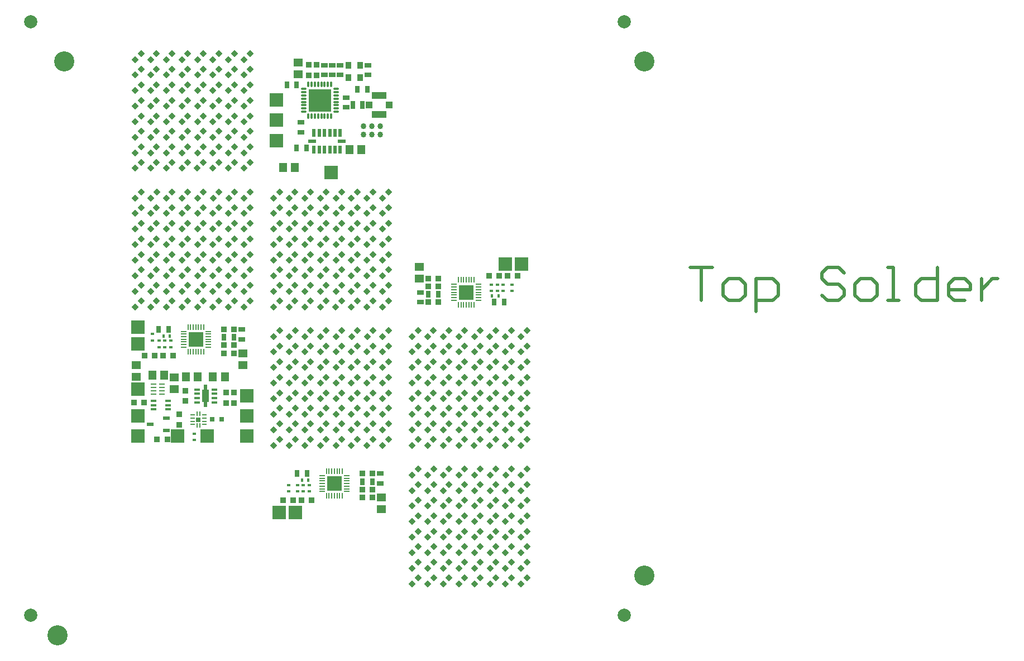
<source format=gts>
G04*
G04 #@! TF.GenerationSoftware,Altium Limited,Altium Designer,20.1.11 (218)*
G04*
G04 Layer_Color=8388736*
%FSLAX25Y25*%
%MOIN*%
G70*
G04*
G04 #@! TF.SameCoordinates,BC695F09-BB28-4D9F-8763-E19565E056B6*
G04*
G04*
G04 #@! TF.FilePolarity,Negative*
G04*
G01*
G75*
%ADD11C,0.01968*%
%ADD13R,0.03347X0.03543*%
%ADD14R,0.02165X0.01575*%
%ADD15R,0.08976X0.08976*%
%ADD16R,0.00787X0.03543*%
%ADD17R,0.03543X0.00787*%
%ADD18R,0.03150X0.03937*%
%ADD19R,0.03937X0.03150*%
%ADD20R,0.01575X0.02165*%
%ADD21R,0.03543X0.00984*%
%ADD22R,0.05512X0.05118*%
%ADD23R,0.05118X0.05512*%
%ADD24R,0.03543X0.03347*%
%ADD25R,0.01968X0.13780*%
%ADD26R,0.04331X0.07480*%
%ADD27R,0.03543X0.01575*%
%ADD28O,0.02756X0.00984*%
%ADD29O,0.00984X0.02756*%
%ADD30R,0.02756X0.02756*%
%ADD31R,0.03150X0.03150*%
%ADD32R,0.03937X0.02362*%
%ADD33R,0.03543X0.01378*%
%ADD34R,0.13780X0.13780*%
%ADD35O,0.03347X0.01181*%
%ADD36O,0.01181X0.03347*%
%ADD37R,0.04528X0.01968*%
%ADD38R,0.01968X0.04528*%
%ADD39P,0.04454X4X180.0*%
%ADD40R,0.03543X0.03937*%
%ADD41R,0.03150X0.04528*%
%ADD42C,0.03398*%
%ADD43R,0.08661X0.03937*%
%ADD44R,0.03937X0.03937*%
%ADD48R,0.06299X0.06299*%
%ADD49R,0.07874X0.07874*%
%ADD51C,0.02400*%
%ADD59C,0.12000*%
%ADD60C,0.07874*%
D11*
X413279Y227367D02*
X426399D01*
X419839D01*
Y207688D01*
X436238D02*
X442798D01*
X446077Y210968D01*
Y217528D01*
X442798Y220807D01*
X436238D01*
X432958Y217528D01*
Y210968D01*
X436238Y207688D01*
X452637Y201129D02*
Y220807D01*
X462476D01*
X465756Y217528D01*
Y210968D01*
X462476Y207688D01*
X452637D01*
X505113Y224087D02*
X501834Y227367D01*
X495274D01*
X491994Y224087D01*
Y220807D01*
X495274Y217528D01*
X501834D01*
X505113Y214248D01*
Y210968D01*
X501834Y207688D01*
X495274D01*
X491994Y210968D01*
X514953Y207688D02*
X521512D01*
X524792Y210968D01*
Y217528D01*
X521512Y220807D01*
X514953D01*
X511673Y217528D01*
Y210968D01*
X514953Y207688D01*
X531352D02*
X537911D01*
X534631D01*
Y227367D01*
X531352D01*
X560870D02*
Y207688D01*
X551030D01*
X547751Y210968D01*
Y217528D01*
X551030Y220807D01*
X560870D01*
X577269Y207688D02*
X570709D01*
X567429Y210968D01*
Y217528D01*
X570709Y220807D01*
X577269D01*
X580548Y217528D01*
Y214248D01*
X567429D01*
X587108Y220807D02*
Y207688D01*
Y214248D01*
X590388Y217528D01*
X593667Y220807D01*
X596947D01*
D13*
X134744Y190453D02*
D03*
X140847D02*
D03*
X104527Y174705D02*
D03*
X98425D02*
D03*
X93602D02*
D03*
X87500D02*
D03*
X140847Y181004D02*
D03*
X134744D02*
D03*
Y176279D02*
D03*
X140847D02*
D03*
X81201Y146850D02*
D03*
X87303D02*
D03*
X101083Y124803D02*
D03*
X94980D02*
D03*
X217421Y90158D02*
D03*
X223524D02*
D03*
Y94882D02*
D03*
X217421D02*
D03*
X176279Y88583D02*
D03*
X170177D02*
D03*
X187205D02*
D03*
X181102D02*
D03*
X262894Y220866D02*
D03*
X256791D02*
D03*
Y216142D02*
D03*
X262894D02*
D03*
X304035Y222441D02*
D03*
X310138D02*
D03*
X293110D02*
D03*
X299213D02*
D03*
X223524Y104331D02*
D03*
X217421D02*
D03*
X262894Y206693D02*
D03*
X256791D02*
D03*
D14*
X92126Y183937D02*
D03*
Y187716D02*
D03*
X96063Y179902D02*
D03*
Y183681D02*
D03*
X103150D02*
D03*
Y179902D02*
D03*
X99606D02*
D03*
Y183681D02*
D03*
X117323Y124488D02*
D03*
Y128268D02*
D03*
X182283Y93779D02*
D03*
Y97559D02*
D03*
X185827D02*
D03*
Y93779D02*
D03*
X178740D02*
D03*
Y97559D02*
D03*
X173622D02*
D03*
Y93779D02*
D03*
X298031Y217244D02*
D03*
Y213465D02*
D03*
X294488D02*
D03*
Y217244D02*
D03*
X301575D02*
D03*
Y213465D02*
D03*
X306693D02*
D03*
Y217244D02*
D03*
D15*
X118110Y184547D02*
D03*
X200787Y98425D02*
D03*
X279528Y212598D02*
D03*
D16*
X122835Y177165D02*
D03*
X121260D02*
D03*
X119685D02*
D03*
X118110D02*
D03*
X116535D02*
D03*
X114961D02*
D03*
X113386D02*
D03*
Y191929D02*
D03*
X114961D02*
D03*
X116535D02*
D03*
X118110D02*
D03*
X119685D02*
D03*
X121260D02*
D03*
X122835D02*
D03*
X205512Y105807D02*
D03*
X203937D02*
D03*
X202362D02*
D03*
X200787D02*
D03*
X199213D02*
D03*
X197638D02*
D03*
X196063D02*
D03*
Y91043D02*
D03*
X197638D02*
D03*
X199213D02*
D03*
X200787D02*
D03*
X202362D02*
D03*
X203937D02*
D03*
X205512D02*
D03*
X274803Y219980D02*
D03*
X276378D02*
D03*
X277953D02*
D03*
X279528D02*
D03*
X281102D02*
D03*
X282677D02*
D03*
X284252D02*
D03*
Y205217D02*
D03*
X282677D02*
D03*
X281102D02*
D03*
X279528D02*
D03*
X277953D02*
D03*
X276378D02*
D03*
X274803D02*
D03*
D17*
X110728Y179823D02*
D03*
Y181398D02*
D03*
Y182972D02*
D03*
Y184547D02*
D03*
Y186122D02*
D03*
Y187697D02*
D03*
Y189272D02*
D03*
X125492D02*
D03*
Y187697D02*
D03*
Y186122D02*
D03*
Y184547D02*
D03*
Y182972D02*
D03*
Y181398D02*
D03*
Y179823D02*
D03*
X208169Y93701D02*
D03*
Y95276D02*
D03*
Y96850D02*
D03*
Y98425D02*
D03*
Y100000D02*
D03*
Y101575D02*
D03*
Y103150D02*
D03*
X193405D02*
D03*
Y101575D02*
D03*
Y100000D02*
D03*
Y98425D02*
D03*
Y96850D02*
D03*
Y95276D02*
D03*
Y93701D02*
D03*
X286909Y217323D02*
D03*
Y215748D02*
D03*
Y214173D02*
D03*
Y212598D02*
D03*
Y211024D02*
D03*
Y209449D02*
D03*
Y207874D02*
D03*
X272146D02*
D03*
Y209449D02*
D03*
Y211024D02*
D03*
Y212598D02*
D03*
Y214173D02*
D03*
Y215748D02*
D03*
Y217323D02*
D03*
D18*
X140748Y185728D02*
D03*
X134843D02*
D03*
X95866Y190453D02*
D03*
X101772D02*
D03*
X184055Y298819D02*
D03*
X178150D02*
D03*
X184449Y104331D02*
D03*
X178543D02*
D03*
X223425Y99606D02*
D03*
X217520D02*
D03*
X262795Y211417D02*
D03*
X256890D02*
D03*
X302165Y206693D02*
D03*
X296260D02*
D03*
X172382Y336339D02*
D03*
X178287D02*
D03*
X214567Y333661D02*
D03*
X220472D02*
D03*
D19*
X145472Y190453D02*
D03*
Y184547D02*
D03*
X228150Y104331D02*
D03*
Y98425D02*
D03*
X252165Y212598D02*
D03*
Y206693D02*
D03*
X194882Y342323D02*
D03*
Y348228D02*
D03*
X199606D02*
D03*
Y342323D02*
D03*
X180709Y308071D02*
D03*
Y313976D02*
D03*
X204331Y348228D02*
D03*
Y342323D02*
D03*
X220866Y348228D02*
D03*
Y342323D02*
D03*
X207874Y323031D02*
D03*
Y328937D02*
D03*
D20*
X102677Y186516D02*
D03*
X98898D02*
D03*
X181575Y100394D02*
D03*
X185354D02*
D03*
X294961Y210630D02*
D03*
X298740D02*
D03*
D21*
X92716Y157677D02*
D03*
Y155709D02*
D03*
Y153740D02*
D03*
Y151772D02*
D03*
X97835Y157677D02*
D03*
Y155709D02*
D03*
Y153740D02*
D03*
Y151772D02*
D03*
D22*
X105118Y154724D02*
D03*
Y161811D02*
D03*
X82677Y169291D02*
D03*
Y162205D02*
D03*
X146063Y169193D02*
D03*
Y176279D02*
D03*
X251575Y227953D02*
D03*
Y220866D02*
D03*
X228740Y83071D02*
D03*
Y90158D02*
D03*
X179272Y349724D02*
D03*
Y342638D02*
D03*
D23*
X92126Y162992D02*
D03*
X99213D02*
D03*
X128347Y162205D02*
D03*
X135433D02*
D03*
X170079Y287008D02*
D03*
X177165D02*
D03*
X119291Y162205D02*
D03*
X112205D02*
D03*
X216929Y297638D02*
D03*
X209842D02*
D03*
D24*
X111811Y153839D02*
D03*
Y147736D02*
D03*
X108268Y139665D02*
D03*
Y133563D02*
D03*
X140945Y152657D02*
D03*
Y146555D02*
D03*
X136221Y152657D02*
D03*
Y146555D02*
D03*
X190157Y348327D02*
D03*
Y342224D02*
D03*
X185433Y348327D02*
D03*
Y342224D02*
D03*
D25*
X124016Y150787D02*
D03*
D26*
D03*
D27*
X129134Y154626D02*
D03*
Y152067D02*
D03*
Y149508D02*
D03*
Y146949D02*
D03*
X118898D02*
D03*
Y149508D02*
D03*
Y152067D02*
D03*
Y154626D02*
D03*
D28*
X123327Y133661D02*
D03*
Y135630D02*
D03*
Y137598D02*
D03*
Y139567D02*
D03*
X116043D02*
D03*
Y137598D02*
D03*
Y135630D02*
D03*
Y133661D02*
D03*
D29*
X120669Y140256D02*
D03*
X118701D02*
D03*
Y132972D02*
D03*
X120669D02*
D03*
D30*
X119685Y136614D02*
D03*
D31*
X133661Y136811D02*
D03*
X127756D02*
D03*
D32*
X90945Y133858D02*
D03*
X100394Y137598D02*
D03*
Y130118D02*
D03*
D33*
X101673Y147835D02*
D03*
Y145276D02*
D03*
Y142717D02*
D03*
X92815D02*
D03*
Y145276D02*
D03*
Y147835D02*
D03*
D34*
X192067Y327283D02*
D03*
D35*
X182421Y334173D02*
D03*
Y332205D02*
D03*
Y330236D02*
D03*
Y328268D02*
D03*
Y326299D02*
D03*
Y324331D02*
D03*
Y322362D02*
D03*
Y320394D02*
D03*
X201713D02*
D03*
Y322362D02*
D03*
Y324331D02*
D03*
Y326299D02*
D03*
Y328268D02*
D03*
Y330236D02*
D03*
Y332205D02*
D03*
Y334173D02*
D03*
D36*
X185177Y317638D02*
D03*
X187146D02*
D03*
X189114D02*
D03*
X191083D02*
D03*
X193051D02*
D03*
X195020D02*
D03*
X196988D02*
D03*
X198957D02*
D03*
Y336929D02*
D03*
X196988D02*
D03*
X195020D02*
D03*
X193051D02*
D03*
X191083D02*
D03*
X189114D02*
D03*
X187146D02*
D03*
X185177D02*
D03*
D37*
X187598Y302756D02*
D03*
X205315D02*
D03*
D38*
X188583Y307677D02*
D03*
X191732D02*
D03*
X194882D02*
D03*
X198031D02*
D03*
X201181D02*
D03*
X204331D02*
D03*
Y297835D02*
D03*
X201181D02*
D03*
X198031D02*
D03*
X194882D02*
D03*
X191732D02*
D03*
X188583D02*
D03*
D39*
X85401Y355086D02*
D03*
X81921Y351606D02*
D03*
X91205D02*
D03*
X94685Y355086D02*
D03*
X103972D02*
D03*
X100492Y351606D02*
D03*
X109776D02*
D03*
X113256Y355086D02*
D03*
X122539D02*
D03*
X119059Y351606D02*
D03*
X128343D02*
D03*
X131823Y355086D02*
D03*
X141110D02*
D03*
X137630Y351606D02*
D03*
X146914D02*
D03*
X150393Y355086D02*
D03*
X146914Y203969D02*
D03*
X150393Y207449D02*
D03*
X141110D02*
D03*
X137630Y203969D02*
D03*
X128343D02*
D03*
X131823Y207449D02*
D03*
X122539D02*
D03*
X119059Y203969D02*
D03*
X109776D02*
D03*
X113256Y207449D02*
D03*
X103972D02*
D03*
X100492Y203969D02*
D03*
X91205D02*
D03*
X94685Y207449D02*
D03*
X85401D02*
D03*
X81921Y203969D02*
D03*
X168047Y272409D02*
D03*
X164567Y268929D02*
D03*
X173851D02*
D03*
X177331Y272409D02*
D03*
X186618D02*
D03*
X183138Y268929D02*
D03*
X192421D02*
D03*
X195901Y272409D02*
D03*
X205185D02*
D03*
X201705Y268929D02*
D03*
X210988D02*
D03*
X214468Y272409D02*
D03*
X223756D02*
D03*
X220276Y268929D02*
D03*
X229559D02*
D03*
X233039Y272409D02*
D03*
X85401Y345807D02*
D03*
X81921Y342327D02*
D03*
X91205D02*
D03*
X94685Y345807D02*
D03*
X103972D02*
D03*
X100492Y342327D02*
D03*
X109776D02*
D03*
X113256Y345807D02*
D03*
X122539D02*
D03*
X119059Y342327D02*
D03*
X128343D02*
D03*
X131823Y345807D02*
D03*
X141110D02*
D03*
X137630Y342327D02*
D03*
X146914D02*
D03*
X150393Y345807D02*
D03*
X146914Y213248D02*
D03*
X150393Y216728D02*
D03*
X141110D02*
D03*
X137630Y213248D02*
D03*
X128343D02*
D03*
X131823Y216728D02*
D03*
X122539D02*
D03*
X119059Y213248D02*
D03*
X109776D02*
D03*
X113256Y216728D02*
D03*
X103972D02*
D03*
X100492Y213248D02*
D03*
X91205D02*
D03*
X94685Y216728D02*
D03*
X85401D02*
D03*
X81921Y213248D02*
D03*
X168047Y263130D02*
D03*
X164567Y259650D02*
D03*
X173851D02*
D03*
X177331Y263130D02*
D03*
X186618D02*
D03*
X183138Y259650D02*
D03*
X192421D02*
D03*
X195901Y263130D02*
D03*
X205185D02*
D03*
X201705Y259650D02*
D03*
X210988D02*
D03*
X214468Y263130D02*
D03*
X223756D02*
D03*
X220276Y259650D02*
D03*
X229559D02*
D03*
X233039Y263130D02*
D03*
X85401Y336527D02*
D03*
X81921Y333048D02*
D03*
X91205D02*
D03*
X94685Y336527D02*
D03*
X103972D02*
D03*
X100492Y333048D02*
D03*
X109776D02*
D03*
X113256Y336527D02*
D03*
X122539D02*
D03*
X119059Y333048D02*
D03*
X128343D02*
D03*
X131823Y336527D02*
D03*
X141110D02*
D03*
X137630Y333048D02*
D03*
X146914D02*
D03*
X150393Y336527D02*
D03*
X146914Y222528D02*
D03*
X150393Y226008D02*
D03*
X141110D02*
D03*
X137630Y222528D02*
D03*
X128343D02*
D03*
X131823Y226008D02*
D03*
X122539D02*
D03*
X119059Y222528D02*
D03*
X109776D02*
D03*
X113256Y226008D02*
D03*
X103972D02*
D03*
X100492Y222528D02*
D03*
X91205D02*
D03*
X94685Y226008D02*
D03*
X85401D02*
D03*
X81921Y222528D02*
D03*
X168047Y253850D02*
D03*
X164567Y250370D02*
D03*
X173851D02*
D03*
X177331Y253850D02*
D03*
X186618D02*
D03*
X183138Y250370D02*
D03*
X192421D02*
D03*
X195901Y253850D02*
D03*
X205185D02*
D03*
X201705Y250370D02*
D03*
X210988D02*
D03*
X214468Y253850D02*
D03*
X223756D02*
D03*
X220276Y250370D02*
D03*
X229559D02*
D03*
X233039Y253850D02*
D03*
X85401Y327248D02*
D03*
X81921Y323768D02*
D03*
X91205D02*
D03*
X94685Y327248D02*
D03*
X103972D02*
D03*
X100492Y323768D02*
D03*
X109776D02*
D03*
X113256Y327248D02*
D03*
X122539D02*
D03*
X119059Y323768D02*
D03*
X128343D02*
D03*
X131823Y327248D02*
D03*
X141110D02*
D03*
X137630Y323768D02*
D03*
X146914D02*
D03*
X150393Y327248D02*
D03*
X146914Y231807D02*
D03*
X150393Y235287D02*
D03*
X141110D02*
D03*
X137630Y231807D02*
D03*
X128343D02*
D03*
X131823Y235287D02*
D03*
X122539D02*
D03*
X119059Y231807D02*
D03*
X109776D02*
D03*
X113256Y235287D02*
D03*
X103972D02*
D03*
X100492Y231807D02*
D03*
X91205D02*
D03*
X94685Y235287D02*
D03*
X85401D02*
D03*
X81921Y231807D02*
D03*
X168047Y244571D02*
D03*
X164567Y241091D02*
D03*
X173851D02*
D03*
X177331Y244571D02*
D03*
X186618D02*
D03*
X183138Y241091D02*
D03*
X192421D02*
D03*
X195901Y244571D02*
D03*
X205185D02*
D03*
X201705Y241091D02*
D03*
X210988D02*
D03*
X214468Y244571D02*
D03*
X223756D02*
D03*
X220276Y241091D02*
D03*
X229559D02*
D03*
X233039Y244571D02*
D03*
X85401Y317964D02*
D03*
X81921Y314485D02*
D03*
X91205D02*
D03*
X94685Y317964D02*
D03*
X103972D02*
D03*
X100492Y314485D02*
D03*
X109776D02*
D03*
X113256Y317964D02*
D03*
X122539D02*
D03*
X119059Y314485D02*
D03*
X128343D02*
D03*
X131823Y317964D02*
D03*
X141110D02*
D03*
X137630Y314485D02*
D03*
X146914D02*
D03*
X150393Y317964D02*
D03*
X146914Y241091D02*
D03*
X150393Y244571D02*
D03*
X141110D02*
D03*
X137630Y241091D02*
D03*
X128343D02*
D03*
X131823Y244571D02*
D03*
X122539D02*
D03*
X119059Y241091D02*
D03*
X109776D02*
D03*
X113256Y244571D02*
D03*
X103972D02*
D03*
X100492Y241091D02*
D03*
X91205D02*
D03*
X94685Y244571D02*
D03*
X85401D02*
D03*
X81921Y241091D02*
D03*
X168047Y235287D02*
D03*
X164567Y231807D02*
D03*
X173851D02*
D03*
X177331Y235287D02*
D03*
X186618D02*
D03*
X183138Y231807D02*
D03*
X192421D02*
D03*
X195901Y235287D02*
D03*
X205185D02*
D03*
X201705Y231807D02*
D03*
X210988D02*
D03*
X214468Y235287D02*
D03*
X223756D02*
D03*
X220276Y231807D02*
D03*
X229559D02*
D03*
X233039Y235287D02*
D03*
X85401Y308685D02*
D03*
X81921Y305205D02*
D03*
X91205D02*
D03*
X94685Y308685D02*
D03*
X103972D02*
D03*
X100492Y305205D02*
D03*
X109776D02*
D03*
X113256Y308685D02*
D03*
X122539D02*
D03*
X119059Y305205D02*
D03*
X128343D02*
D03*
X131823Y308685D02*
D03*
X141110D02*
D03*
X137630Y305205D02*
D03*
X146914D02*
D03*
X150393Y308685D02*
D03*
X146914Y250370D02*
D03*
X150393Y253850D02*
D03*
X141110D02*
D03*
X137630Y250370D02*
D03*
X128343D02*
D03*
X131823Y253850D02*
D03*
X122539D02*
D03*
X119059Y250370D02*
D03*
X109776D02*
D03*
X113256Y253850D02*
D03*
X103972D02*
D03*
X100492Y250370D02*
D03*
X91205D02*
D03*
X94685Y253850D02*
D03*
X85401D02*
D03*
X81921Y250370D02*
D03*
X168047Y226008D02*
D03*
X164567Y222528D02*
D03*
X173851D02*
D03*
X177331Y226008D02*
D03*
X186618D02*
D03*
X183138Y222528D02*
D03*
X192421D02*
D03*
X195901Y226008D02*
D03*
X205185D02*
D03*
X201705Y222528D02*
D03*
X210988D02*
D03*
X214468Y226008D02*
D03*
X223756D02*
D03*
X220276Y222528D02*
D03*
X229559D02*
D03*
X233039Y226008D02*
D03*
X85401Y299405D02*
D03*
X81921Y295925D02*
D03*
X91205D02*
D03*
X94685Y299405D02*
D03*
X103972D02*
D03*
X100492Y295925D02*
D03*
X109776D02*
D03*
X113256Y299405D02*
D03*
X122539D02*
D03*
X119059Y295925D02*
D03*
X128343D02*
D03*
X131823Y299405D02*
D03*
X141110D02*
D03*
X137630Y295925D02*
D03*
X146914D02*
D03*
X150393Y299405D02*
D03*
X146914Y259650D02*
D03*
X150393Y263130D02*
D03*
X141110D02*
D03*
X137630Y259650D02*
D03*
X128343D02*
D03*
X131823Y263130D02*
D03*
X122539D02*
D03*
X119059Y259650D02*
D03*
X109776D02*
D03*
X113256Y263130D02*
D03*
X103972D02*
D03*
X100492Y259650D02*
D03*
X91205D02*
D03*
X94685Y263130D02*
D03*
X85401D02*
D03*
X81921Y259650D02*
D03*
X168047Y216728D02*
D03*
X164567Y213248D02*
D03*
X173851D02*
D03*
X177331Y216728D02*
D03*
X186618D02*
D03*
X183138Y213248D02*
D03*
X192421D02*
D03*
X195901Y216728D02*
D03*
X205185D02*
D03*
X201705Y213248D02*
D03*
X210988D02*
D03*
X214468Y216728D02*
D03*
X223756D02*
D03*
X220276Y213248D02*
D03*
X229559D02*
D03*
X233039Y216728D02*
D03*
X85401Y290126D02*
D03*
X81921Y286646D02*
D03*
X91130D02*
D03*
X94610Y290126D02*
D03*
X103909D02*
D03*
X100429Y286646D02*
D03*
X109725D02*
D03*
X113205Y290126D02*
D03*
X122500D02*
D03*
X119020Y286646D02*
D03*
X128319D02*
D03*
X131799Y290126D02*
D03*
X141094D02*
D03*
X137614Y286646D02*
D03*
X146914D02*
D03*
X150393Y290126D02*
D03*
X146914Y268929D02*
D03*
X150393Y272409D02*
D03*
X141185D02*
D03*
X137705Y268929D02*
D03*
X128406D02*
D03*
X131886Y272409D02*
D03*
X122590D02*
D03*
X119110Y268929D02*
D03*
X109815D02*
D03*
X113295Y272409D02*
D03*
X103996D02*
D03*
X100516Y268929D02*
D03*
X91221D02*
D03*
X94700Y272409D02*
D03*
X85401D02*
D03*
X81921Y268929D02*
D03*
X168047Y207449D02*
D03*
X164567Y203969D02*
D03*
X173776D02*
D03*
X177256Y207449D02*
D03*
X186555D02*
D03*
X183075Y203969D02*
D03*
X192370D02*
D03*
X195850Y207449D02*
D03*
X205145D02*
D03*
X201666Y203969D02*
D03*
X210965D02*
D03*
X214445Y207449D02*
D03*
X223740D02*
D03*
X220260Y203969D02*
D03*
X229559D02*
D03*
X233039Y207449D02*
D03*
X250724Y189732D02*
D03*
X247244Y186252D02*
D03*
X256528D02*
D03*
X260008Y189732D02*
D03*
X269295D02*
D03*
X265815Y186252D02*
D03*
X275099D02*
D03*
X278578Y189732D02*
D03*
X287862D02*
D03*
X284382Y186252D02*
D03*
X293666D02*
D03*
X297145Y189732D02*
D03*
X306433D02*
D03*
X302953Y186252D02*
D03*
X312236D02*
D03*
X315716Y189732D02*
D03*
X229591Y121292D02*
D03*
X233071Y124771D02*
D03*
X223787D02*
D03*
X220307Y121292D02*
D03*
X211020D02*
D03*
X214500Y124771D02*
D03*
X205216D02*
D03*
X201736Y121292D02*
D03*
X192453D02*
D03*
X195933Y124771D02*
D03*
X186649D02*
D03*
X183169Y121292D02*
D03*
X173882D02*
D03*
X177362Y124771D02*
D03*
X168078D02*
D03*
X164599Y121292D02*
D03*
X312268Y38614D02*
D03*
X315748Y42094D02*
D03*
X306464D02*
D03*
X302984Y38614D02*
D03*
X293697D02*
D03*
X297177Y42094D02*
D03*
X287894D02*
D03*
X284414Y38614D02*
D03*
X275130D02*
D03*
X278610Y42094D02*
D03*
X269326D02*
D03*
X265847Y38614D02*
D03*
X256559D02*
D03*
X260039Y42094D02*
D03*
X250756D02*
D03*
X247276Y38614D02*
D03*
X250724Y180453D02*
D03*
X247244Y176973D02*
D03*
X256528D02*
D03*
X260008Y180453D02*
D03*
X269295D02*
D03*
X265815Y176973D02*
D03*
X275099D02*
D03*
X278578Y180453D02*
D03*
X287862D02*
D03*
X284382Y176973D02*
D03*
X293666D02*
D03*
X297145Y180453D02*
D03*
X306433D02*
D03*
X302953Y176973D02*
D03*
X312236D02*
D03*
X315716Y180453D02*
D03*
X229591Y130571D02*
D03*
X233071Y134051D02*
D03*
X223787D02*
D03*
X220307Y130571D02*
D03*
X211020D02*
D03*
X214500Y134051D02*
D03*
X205216D02*
D03*
X201736Y130571D02*
D03*
X192453D02*
D03*
X195933Y134051D02*
D03*
X186649D02*
D03*
X183169Y130571D02*
D03*
X173882D02*
D03*
X177362Y134051D02*
D03*
X168078D02*
D03*
X164599Y130571D02*
D03*
X312268Y47894D02*
D03*
X315748Y51374D02*
D03*
X306464D02*
D03*
X302984Y47894D02*
D03*
X293697D02*
D03*
X297177Y51374D02*
D03*
X287894D02*
D03*
X284414Y47894D02*
D03*
X275130D02*
D03*
X278610Y51374D02*
D03*
X269326D02*
D03*
X265847Y47894D02*
D03*
X256559D02*
D03*
X260039Y51374D02*
D03*
X250756D02*
D03*
X247276Y47894D02*
D03*
X250724Y171173D02*
D03*
X247244Y167693D02*
D03*
X256528D02*
D03*
X260008Y171173D02*
D03*
X269295D02*
D03*
X265815Y167693D02*
D03*
X275099D02*
D03*
X278578Y171173D02*
D03*
X287862D02*
D03*
X284382Y167693D02*
D03*
X293666D02*
D03*
X297145Y171173D02*
D03*
X306433D02*
D03*
X302953Y167693D02*
D03*
X312236D02*
D03*
X315716Y171173D02*
D03*
X229591Y139851D02*
D03*
X233071Y143331D02*
D03*
X223787D02*
D03*
X220307Y139851D02*
D03*
X211020D02*
D03*
X214500Y143331D02*
D03*
X205216D02*
D03*
X201736Y139851D02*
D03*
X192453D02*
D03*
X195933Y143331D02*
D03*
X186649D02*
D03*
X183169Y139851D02*
D03*
X173882D02*
D03*
X177362Y143331D02*
D03*
X168078D02*
D03*
X164599Y139851D02*
D03*
X312268Y57174D02*
D03*
X315748Y60653D02*
D03*
X306464D02*
D03*
X302984Y57174D02*
D03*
X293697D02*
D03*
X297177Y60653D02*
D03*
X287894D02*
D03*
X284414Y57174D02*
D03*
X275130D02*
D03*
X278610Y60653D02*
D03*
X269326D02*
D03*
X265847Y57174D02*
D03*
X256559D02*
D03*
X260039Y60653D02*
D03*
X250756D02*
D03*
X247276Y57174D02*
D03*
X250724Y161893D02*
D03*
X247244Y158414D02*
D03*
X256528D02*
D03*
X260008Y161893D02*
D03*
X269295D02*
D03*
X265815Y158414D02*
D03*
X275099D02*
D03*
X278578Y161893D02*
D03*
X287862D02*
D03*
X284382Y158414D02*
D03*
X293666D02*
D03*
X297145Y161893D02*
D03*
X306433D02*
D03*
X302953Y158414D02*
D03*
X312236D02*
D03*
X315716Y161893D02*
D03*
X229591Y149130D02*
D03*
X233071Y152610D02*
D03*
X223787D02*
D03*
X220307Y149130D02*
D03*
X211020D02*
D03*
X214500Y152610D02*
D03*
X205216D02*
D03*
X201736Y149130D02*
D03*
X192453D02*
D03*
X195933Y152610D02*
D03*
X186649D02*
D03*
X183169Y149130D02*
D03*
X173882D02*
D03*
X177362Y152610D02*
D03*
X168078D02*
D03*
X164599Y149130D02*
D03*
X312268Y66453D02*
D03*
X315748Y69933D02*
D03*
X306464D02*
D03*
X302984Y66453D02*
D03*
X293697D02*
D03*
X297177Y69933D02*
D03*
X287894D02*
D03*
X284414Y66453D02*
D03*
X275130D02*
D03*
X278610Y69933D02*
D03*
X269326D02*
D03*
X265847Y66453D02*
D03*
X256559D02*
D03*
X260039Y69933D02*
D03*
X250756D02*
D03*
X247276Y66453D02*
D03*
X250724Y152610D02*
D03*
X247244Y149130D02*
D03*
X256528D02*
D03*
X260008Y152610D02*
D03*
X269295D02*
D03*
X265815Y149130D02*
D03*
X275099D02*
D03*
X278578Y152610D02*
D03*
X287862D02*
D03*
X284382Y149130D02*
D03*
X293666D02*
D03*
X297145Y152610D02*
D03*
X306433D02*
D03*
X302953Y149130D02*
D03*
X312236D02*
D03*
X315716Y152610D02*
D03*
X229591Y158414D02*
D03*
X233071Y161893D02*
D03*
X223787D02*
D03*
X220307Y158414D02*
D03*
X211020D02*
D03*
X214500Y161893D02*
D03*
X205216D02*
D03*
X201736Y158414D02*
D03*
X192453D02*
D03*
X195933Y161893D02*
D03*
X186649D02*
D03*
X183169Y158414D02*
D03*
X173882D02*
D03*
X177362Y161893D02*
D03*
X168078D02*
D03*
X164599Y158414D02*
D03*
X312268Y75736D02*
D03*
X315748Y79216D02*
D03*
X306464D02*
D03*
X302984Y75736D02*
D03*
X293697D02*
D03*
X297177Y79216D02*
D03*
X287894D02*
D03*
X284414Y75736D02*
D03*
X275130D02*
D03*
X278610Y79216D02*
D03*
X269326D02*
D03*
X265847Y75736D02*
D03*
X256559D02*
D03*
X260039Y79216D02*
D03*
X250756D02*
D03*
X247276Y75736D02*
D03*
X250724Y143331D02*
D03*
X247244Y139851D02*
D03*
X256528D02*
D03*
X260008Y143331D02*
D03*
X269295D02*
D03*
X265815Y139851D02*
D03*
X275099D02*
D03*
X278578Y143331D02*
D03*
X287862D02*
D03*
X284382Y139851D02*
D03*
X293666D02*
D03*
X297145Y143331D02*
D03*
X306433D02*
D03*
X302953Y139851D02*
D03*
X312236D02*
D03*
X315716Y143331D02*
D03*
X229591Y167693D02*
D03*
X233071Y171173D02*
D03*
X223787D02*
D03*
X220307Y167693D02*
D03*
X211020D02*
D03*
X214500Y171173D02*
D03*
X205216D02*
D03*
X201736Y167693D02*
D03*
X192453D02*
D03*
X195933Y171173D02*
D03*
X186649D02*
D03*
X183169Y167693D02*
D03*
X173882D02*
D03*
X177362Y171173D02*
D03*
X168078D02*
D03*
X164599Y167693D02*
D03*
X312268Y85016D02*
D03*
X315748Y88496D02*
D03*
X306464D02*
D03*
X302984Y85016D02*
D03*
X293697D02*
D03*
X297177Y88496D02*
D03*
X287894D02*
D03*
X284414Y85016D02*
D03*
X275130D02*
D03*
X278610Y88496D02*
D03*
X269326D02*
D03*
X265847Y85016D02*
D03*
X256559D02*
D03*
X260039Y88496D02*
D03*
X250756D02*
D03*
X247276Y85016D02*
D03*
X250724Y134051D02*
D03*
X247244Y130571D02*
D03*
X256528D02*
D03*
X260008Y134051D02*
D03*
X269295D02*
D03*
X265815Y130571D02*
D03*
X275099D02*
D03*
X278578Y134051D02*
D03*
X287862D02*
D03*
X284382Y130571D02*
D03*
X293666D02*
D03*
X297145Y134051D02*
D03*
X306433D02*
D03*
X302953Y130571D02*
D03*
X312236D02*
D03*
X315716Y134051D02*
D03*
X229591Y176973D02*
D03*
X233071Y180453D02*
D03*
X223787D02*
D03*
X220307Y176973D02*
D03*
X211020D02*
D03*
X214500Y180453D02*
D03*
X205216D02*
D03*
X201736Y176973D02*
D03*
X192453D02*
D03*
X195933Y180453D02*
D03*
X186649D02*
D03*
X183169Y176973D02*
D03*
X173882D02*
D03*
X177362Y180453D02*
D03*
X168078D02*
D03*
X164599Y176973D02*
D03*
X312268Y94296D02*
D03*
X315748Y97775D02*
D03*
X306464D02*
D03*
X302984Y94296D02*
D03*
X293697D02*
D03*
X297177Y97775D02*
D03*
X287894D02*
D03*
X284414Y94296D02*
D03*
X275130D02*
D03*
X278610Y97775D02*
D03*
X269326D02*
D03*
X265847Y94296D02*
D03*
X256559D02*
D03*
X260039Y97775D02*
D03*
X250756D02*
D03*
X247276Y94296D02*
D03*
X250724Y124771D02*
D03*
X247244Y121292D02*
D03*
X256453D02*
D03*
X259933Y124771D02*
D03*
X269232D02*
D03*
X265752Y121292D02*
D03*
X275047D02*
D03*
X278527Y124771D02*
D03*
X287823D02*
D03*
X284343Y121292D02*
D03*
X293642D02*
D03*
X297122Y124771D02*
D03*
X306417D02*
D03*
X302937Y121292D02*
D03*
X312236D02*
D03*
X315716Y124771D02*
D03*
X229591Y186252D02*
D03*
X233071Y189732D02*
D03*
X223862D02*
D03*
X220382Y186252D02*
D03*
X211083D02*
D03*
X214563Y189732D02*
D03*
X205268D02*
D03*
X201788Y186252D02*
D03*
X192492D02*
D03*
X195972Y189732D02*
D03*
X186673D02*
D03*
X183193Y186252D02*
D03*
X173898D02*
D03*
X177378Y189732D02*
D03*
X168078D02*
D03*
X164599Y186252D02*
D03*
X312268Y103575D02*
D03*
X315748Y107055D02*
D03*
X306539D02*
D03*
X303059Y103575D02*
D03*
X293760D02*
D03*
X297240Y107055D02*
D03*
X287945D02*
D03*
X284465Y103575D02*
D03*
X275169D02*
D03*
X278649Y107055D02*
D03*
X269350D02*
D03*
X265870Y103575D02*
D03*
X256575D02*
D03*
X260055Y107055D02*
D03*
X250756D02*
D03*
X247276Y103575D02*
D03*
D40*
X209055Y340945D02*
D03*
Y348031D02*
D03*
X216142Y340945D02*
D03*
Y348031D02*
D03*
D41*
X217520Y324528D02*
D03*
X211890D02*
D03*
D42*
X228228Y311693D02*
D03*
X228228Y306693D02*
D03*
X223228Y311693D02*
D03*
Y306693D02*
D03*
X218228Y311693D02*
D03*
X218228Y306693D02*
D03*
D43*
X227500Y318819D02*
D03*
Y330236D02*
D03*
D44*
X233405Y324528D02*
D03*
X221595D02*
D03*
D48*
X83661Y181890D02*
D03*
X125000Y126969D02*
D03*
X107283D02*
D03*
X83661Y191929D02*
D03*
X177559Y81102D02*
D03*
X167717D02*
D03*
X302756Y229528D02*
D03*
X312598D02*
D03*
X166142Y327559D02*
D03*
Y315354D02*
D03*
X148622Y126969D02*
D03*
X83661Y126969D02*
D03*
X148622Y138779D02*
D03*
X83661Y138779D02*
D03*
X166142Y303150D02*
D03*
X148622Y150787D02*
D03*
X198819Y284252D02*
D03*
X83661Y154724D02*
D03*
D49*
X83661Y181890D02*
D03*
X107283Y126969D02*
D03*
X125000D02*
D03*
X83661Y191929D02*
D03*
X177559Y81102D02*
D03*
X167717D02*
D03*
X302756Y229528D02*
D03*
X312598D02*
D03*
X166142Y327559D02*
D03*
Y315354D02*
D03*
X148622Y126969D02*
D03*
X83661Y126969D02*
D03*
X148622Y138779D02*
D03*
X83661Y138779D02*
D03*
X166142Y303150D02*
D03*
X148622Y150787D02*
D03*
X198819Y284252D02*
D03*
X83661Y154724D02*
D03*
D51*
X196791Y332008D02*
D03*
Y327283D02*
D03*
Y322559D02*
D03*
X192067D02*
D03*
X187343D02*
D03*
Y327283D02*
D03*
Y332008D02*
D03*
X192067D02*
D03*
Y327283D02*
D03*
D59*
X385827Y43307D02*
D03*
Y350394D02*
D03*
X35433Y7874D02*
D03*
X39370Y350394D02*
D03*
D60*
X374016Y19685D02*
D03*
X374016Y374016D02*
D03*
X19685D02*
D03*
X19685Y19685D02*
D03*
M02*

</source>
